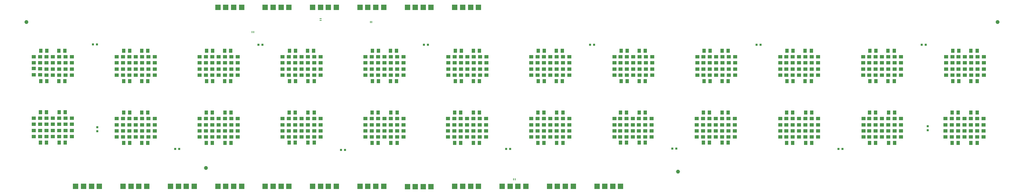
<source format=gtp>
G04*
G04 #@! TF.GenerationSoftware,Altium Limited,Altium Designer,18.1.7 (191)*
G04*
G04 Layer_Color=8421504*
%FSLAX44Y44*%
%MOMM*%
G71*
G01*
G75*
%ADD12C,1.0000*%
%ADD13R,0.9300X0.9800*%
%ADD14R,0.9800X0.9300*%
%ADD15R,0.6000X0.6000*%
%ADD16R,0.6000X0.6000*%
%ADD17R,1.4300X1.4300*%
%ADD18R,0.2000X0.6000*%
%ADD19R,0.6000X0.2000*%
D12*
X615000Y180000D02*
D03*
X1810000Y170000D02*
D03*
X2620000Y550000D02*
D03*
X160000D02*
D03*
D13*
X195300Y244000D02*
D03*
X210700D02*
D03*
X195300Y321000D02*
D03*
X210700D02*
D03*
X406300Y243000D02*
D03*
X421700D02*
D03*
X615300Y320000D02*
D03*
X630700D02*
D03*
X663300Y243000D02*
D03*
X678700D02*
D03*
X873300Y244000D02*
D03*
X888700D02*
D03*
X1083300Y243000D02*
D03*
X1098700D02*
D03*
X1083300Y320000D02*
D03*
X1098700D02*
D03*
X1035300Y243000D02*
D03*
X1050700D02*
D03*
X1292300Y243000D02*
D03*
X1307700D02*
D03*
X1455300D02*
D03*
X1470700D02*
D03*
X1664300Y244000D02*
D03*
X1679700D02*
D03*
X1874300D02*
D03*
X1889700D02*
D03*
X2133300Y243000D02*
D03*
X2148700D02*
D03*
X2085300Y320000D02*
D03*
X2100700D02*
D03*
X2295300Y243000D02*
D03*
X2310700D02*
D03*
X2295300Y320000D02*
D03*
X2310700D02*
D03*
X2504300Y243000D02*
D03*
X2519700D02*
D03*
X2552300Y320000D02*
D03*
X2567700D02*
D03*
X1874300D02*
D03*
X1889700D02*
D03*
X1712300D02*
D03*
X1727700D02*
D03*
X1455300D02*
D03*
X1470700D02*
D03*
X1244300D02*
D03*
X1259700D02*
D03*
X873300Y320000D02*
D03*
X888700D02*
D03*
X406300Y320000D02*
D03*
X421700D02*
D03*
X1035300Y320000D02*
D03*
X1050700D02*
D03*
X243300Y244000D02*
D03*
X258700D02*
D03*
X452300Y243000D02*
D03*
X467700D02*
D03*
X825300Y244000D02*
D03*
X840700D02*
D03*
X1244300Y243000D02*
D03*
X1259700D02*
D03*
X1503300D02*
D03*
X1518700D02*
D03*
X1712300Y244000D02*
D03*
X1727700D02*
D03*
X1922300D02*
D03*
X1937700D02*
D03*
X663300Y320000D02*
D03*
X678700D02*
D03*
X2504300Y320000D02*
D03*
X2519700D02*
D03*
X2343300D02*
D03*
X2358700D02*
D03*
X2133300D02*
D03*
X2148700D02*
D03*
X615300Y243000D02*
D03*
X630700D02*
D03*
X2085300Y243000D02*
D03*
X2100700D02*
D03*
X2343300D02*
D03*
X2358700D02*
D03*
X2552300D02*
D03*
X2567700D02*
D03*
X1922300Y320000D02*
D03*
X1937700D02*
D03*
X1664300D02*
D03*
X1679700D02*
D03*
X1292300D02*
D03*
X1307700D02*
D03*
X1503300D02*
D03*
X1518700D02*
D03*
X825300Y320000D02*
D03*
X840700D02*
D03*
X243300Y321000D02*
D03*
X258700D02*
D03*
X452300Y320000D02*
D03*
X467700D02*
D03*
X467700Y400000D02*
D03*
X452300D02*
D03*
X421700Y477000D02*
D03*
X406300D02*
D03*
X873300Y400000D02*
D03*
X888700D02*
D03*
X1246600Y400000D02*
D03*
X1262000D02*
D03*
X1246600Y477000D02*
D03*
X1262000D02*
D03*
X1456300Y400000D02*
D03*
X1471700D02*
D03*
X1502300Y477000D02*
D03*
X1517700D02*
D03*
X1712300Y400000D02*
D03*
X1727700D02*
D03*
X2296300Y477000D02*
D03*
X2311700D02*
D03*
X1876300Y400000D02*
D03*
X1891700D02*
D03*
X1712300Y477000D02*
D03*
X1727700D02*
D03*
X1876300D02*
D03*
X1891700D02*
D03*
X2132300Y400000D02*
D03*
X2147700D02*
D03*
X2086300Y477000D02*
D03*
X2101700D02*
D03*
X2342300Y400000D02*
D03*
X2357700D02*
D03*
X2506300D02*
D03*
X2521700D02*
D03*
X2342300Y477000D02*
D03*
X2357700D02*
D03*
X2552300D02*
D03*
X2567700D02*
D03*
X196300Y400000D02*
D03*
X211700D02*
D03*
X1292000D02*
D03*
X1307400D02*
D03*
X662300D02*
D03*
X677700D02*
D03*
X1036300D02*
D03*
X1051700D02*
D03*
X242300D02*
D03*
X257700D02*
D03*
X196300Y477000D02*
D03*
X211700D02*
D03*
X616300Y400000D02*
D03*
X631700D02*
D03*
X826300Y400000D02*
D03*
X841700D02*
D03*
X662300Y477000D02*
D03*
X677700D02*
D03*
X826300Y477000D02*
D03*
X841700D02*
D03*
X1036300Y477000D02*
D03*
X1051700D02*
D03*
X1082300Y400000D02*
D03*
X1097700D02*
D03*
X2296300D02*
D03*
X2311700D02*
D03*
X2506300Y477000D02*
D03*
X2521700D02*
D03*
X406300Y400000D02*
D03*
X421700D02*
D03*
X467700Y477000D02*
D03*
X452300D02*
D03*
X1292000D02*
D03*
X1307400D02*
D03*
X1502300Y400000D02*
D03*
X1517700D02*
D03*
X1456300Y477000D02*
D03*
X1471700D02*
D03*
X1666300Y400000D02*
D03*
X1681700D02*
D03*
X1666300Y477000D02*
D03*
X1681700D02*
D03*
X1922300Y400000D02*
D03*
X1937700D02*
D03*
X1922300Y477000D02*
D03*
X1937700D02*
D03*
X2086300Y400000D02*
D03*
X2101700D02*
D03*
X2132300Y477000D02*
D03*
X2147700D02*
D03*
X2552300Y400000D02*
D03*
X2567700D02*
D03*
X242300Y477000D02*
D03*
X257700D02*
D03*
X616300D02*
D03*
X631700D02*
D03*
X872300Y477000D02*
D03*
X887700D02*
D03*
X1082300Y477000D02*
D03*
X1097700D02*
D03*
D14*
X437000Y273700D02*
D03*
Y258300D02*
D03*
X469000Y273700D02*
D03*
Y258300D02*
D03*
X405000Y273700D02*
D03*
Y258300D02*
D03*
X195000Y259300D02*
D03*
Y274700D02*
D03*
X211000Y305700D02*
D03*
Y290300D02*
D03*
X227000Y259300D02*
D03*
Y274700D02*
D03*
X259000Y274700D02*
D03*
Y259300D02*
D03*
X243000Y305700D02*
D03*
Y290300D02*
D03*
X275000Y290300D02*
D03*
Y305700D02*
D03*
X663000Y273700D02*
D03*
Y258300D02*
D03*
X695000Y273700D02*
D03*
Y258300D02*
D03*
X615000Y258300D02*
D03*
Y273700D02*
D03*
X599000Y304700D02*
D03*
Y289300D02*
D03*
X809000Y258300D02*
D03*
Y273700D02*
D03*
X631000Y304700D02*
D03*
Y289300D02*
D03*
X647000Y273700D02*
D03*
Y258300D02*
D03*
X841000Y273700D02*
D03*
Y258300D02*
D03*
X663000Y304700D02*
D03*
Y289300D02*
D03*
X695000Y304700D02*
D03*
Y289300D02*
D03*
X1083000Y273700D02*
D03*
Y258300D02*
D03*
X873000Y273700D02*
D03*
Y258300D02*
D03*
X905000Y273700D02*
D03*
Y258300D02*
D03*
X1276000Y273700D02*
D03*
Y258300D02*
D03*
X1308000Y273700D02*
D03*
Y258300D02*
D03*
X1244000Y273700D02*
D03*
Y258300D02*
D03*
X1099000Y273700D02*
D03*
Y258300D02*
D03*
X1083000Y289300D02*
D03*
Y304700D02*
D03*
X1324000Y273700D02*
D03*
Y258300D02*
D03*
X1455000Y273700D02*
D03*
Y258300D02*
D03*
X1487000Y273700D02*
D03*
Y258300D02*
D03*
X1519000Y273700D02*
D03*
Y258300D02*
D03*
X1664000Y273700D02*
D03*
Y258300D02*
D03*
X1503000Y304700D02*
D03*
Y289300D02*
D03*
X1535000Y304700D02*
D03*
Y289300D02*
D03*
X1649000Y304700D02*
D03*
Y289300D02*
D03*
X1874000Y273700D02*
D03*
Y258300D02*
D03*
X1906000Y273700D02*
D03*
Y258300D02*
D03*
X1696000Y273700D02*
D03*
Y258300D02*
D03*
X1727000Y273700D02*
D03*
Y258300D02*
D03*
X1680000Y304700D02*
D03*
Y289300D02*
D03*
X1711000Y304700D02*
D03*
Y289300D02*
D03*
X1743000Y304700D02*
D03*
Y289300D02*
D03*
X2133000Y273700D02*
D03*
Y258300D02*
D03*
X2101000Y273700D02*
D03*
Y258300D02*
D03*
X2165000Y273700D02*
D03*
Y258300D02*
D03*
X1938000Y273700D02*
D03*
Y258300D02*
D03*
X2069000Y304700D02*
D03*
Y289300D02*
D03*
X2327000Y273700D02*
D03*
Y258300D02*
D03*
X2295000Y273700D02*
D03*
Y258300D02*
D03*
X2359000Y273700D02*
D03*
Y258300D02*
D03*
X2085000Y273700D02*
D03*
Y258300D02*
D03*
X2101000Y304700D02*
D03*
Y289300D02*
D03*
X2133000Y304700D02*
D03*
Y289300D02*
D03*
X2165000Y304700D02*
D03*
Y289300D02*
D03*
X889000Y289300D02*
D03*
Y304700D02*
D03*
X485000Y304700D02*
D03*
Y289300D02*
D03*
X2536000Y273700D02*
D03*
Y258300D02*
D03*
X2504000Y273700D02*
D03*
Y258300D02*
D03*
X2311000Y304700D02*
D03*
Y289300D02*
D03*
X2280000Y304700D02*
D03*
Y289300D02*
D03*
X2375000Y304700D02*
D03*
Y289300D02*
D03*
X2343000Y304700D02*
D03*
Y289300D02*
D03*
X2552000Y304700D02*
D03*
Y289300D02*
D03*
X1922000Y304700D02*
D03*
Y289300D02*
D03*
X1954000Y304700D02*
D03*
Y289300D02*
D03*
X1858000Y304700D02*
D03*
Y289300D02*
D03*
X1890000Y304700D02*
D03*
Y289300D02*
D03*
X1439000Y304700D02*
D03*
Y289300D02*
D03*
X1471000Y304700D02*
D03*
Y289300D02*
D03*
X1324000Y304700D02*
D03*
Y289300D02*
D03*
X1292000Y304700D02*
D03*
Y289300D02*
D03*
X1260000Y304700D02*
D03*
Y289300D02*
D03*
X1228000Y304700D02*
D03*
Y289300D02*
D03*
X825000Y304700D02*
D03*
Y289300D02*
D03*
X857000Y304700D02*
D03*
Y289300D02*
D03*
X453000Y304700D02*
D03*
Y289300D02*
D03*
X389000Y289300D02*
D03*
Y304700D02*
D03*
X421000Y304700D02*
D03*
Y289300D02*
D03*
X179000Y290300D02*
D03*
Y305700D02*
D03*
X2584000Y304700D02*
D03*
Y289300D02*
D03*
X2504000Y304700D02*
D03*
Y289300D02*
D03*
X2536000Y304700D02*
D03*
Y289300D02*
D03*
X2568000Y273700D02*
D03*
Y258300D02*
D03*
X179000Y274700D02*
D03*
Y259300D02*
D03*
X211000Y259300D02*
D03*
Y274700D02*
D03*
X243000Y259300D02*
D03*
Y274700D02*
D03*
X275000Y259300D02*
D03*
Y274700D02*
D03*
X485000Y273700D02*
D03*
Y258300D02*
D03*
X599000Y258300D02*
D03*
Y273700D02*
D03*
X631000Y258300D02*
D03*
Y273700D02*
D03*
X857000Y258300D02*
D03*
Y273700D02*
D03*
X889000Y273700D02*
D03*
Y258300D02*
D03*
X825000Y258300D02*
D03*
Y273700D02*
D03*
X1019000Y274000D02*
D03*
Y258600D02*
D03*
X1067000Y273700D02*
D03*
Y258300D02*
D03*
X1035000Y273700D02*
D03*
Y258300D02*
D03*
X1051000Y304700D02*
D03*
Y289300D02*
D03*
X1115000Y304700D02*
D03*
Y289300D02*
D03*
X1503000Y273700D02*
D03*
Y258300D02*
D03*
X1535000Y273700D02*
D03*
Y258300D02*
D03*
X1439000Y273700D02*
D03*
Y258300D02*
D03*
X1471000Y273700D02*
D03*
Y258300D02*
D03*
X1680000Y273700D02*
D03*
Y258300D02*
D03*
X1649000Y273700D02*
D03*
Y258300D02*
D03*
X1711000Y273700D02*
D03*
Y258300D02*
D03*
X1743000Y273700D02*
D03*
Y258300D02*
D03*
X1954000Y273700D02*
D03*
Y258300D02*
D03*
X1922000Y273700D02*
D03*
Y258300D02*
D03*
X2069000Y273700D02*
D03*
Y258300D02*
D03*
X2280000Y273700D02*
D03*
Y258300D02*
D03*
X2520000Y304700D02*
D03*
Y289300D02*
D03*
X2488000Y304700D02*
D03*
Y289300D02*
D03*
X2327000Y304700D02*
D03*
Y289300D02*
D03*
X2295000Y304700D02*
D03*
Y289300D02*
D03*
X2359000Y304700D02*
D03*
Y289300D02*
D03*
X2085000Y304700D02*
D03*
Y289300D02*
D03*
X2117000Y304700D02*
D03*
Y289300D02*
D03*
X2149000Y304700D02*
D03*
Y289300D02*
D03*
X1664000Y304700D02*
D03*
Y289300D02*
D03*
X1727000Y304700D02*
D03*
Y289300D02*
D03*
X1696000Y304700D02*
D03*
Y289300D02*
D03*
X1519000Y304700D02*
D03*
Y289300D02*
D03*
X1487000Y304700D02*
D03*
Y289300D02*
D03*
X647000Y304700D02*
D03*
Y289300D02*
D03*
X679000Y304700D02*
D03*
Y289300D02*
D03*
X615000Y304700D02*
D03*
Y289300D02*
D03*
X259000Y305700D02*
D03*
Y290300D02*
D03*
X227000Y305700D02*
D03*
Y290300D02*
D03*
X195000Y305700D02*
D03*
Y290300D02*
D03*
X453000Y273700D02*
D03*
Y258300D02*
D03*
X389000Y273700D02*
D03*
Y258300D02*
D03*
X421000Y273700D02*
D03*
Y258300D02*
D03*
X679000Y273700D02*
D03*
Y258300D02*
D03*
X1115000Y274000D02*
D03*
Y258600D02*
D03*
X1051000Y273700D02*
D03*
Y258300D02*
D03*
X1035000Y304700D02*
D03*
Y289300D02*
D03*
X1292000Y273700D02*
D03*
Y258300D02*
D03*
X1260000Y273700D02*
D03*
Y258300D02*
D03*
X1228000Y273700D02*
D03*
Y258300D02*
D03*
X1858000Y273700D02*
D03*
Y258300D02*
D03*
X1890000Y273700D02*
D03*
Y258300D02*
D03*
X2117000Y273700D02*
D03*
Y258300D02*
D03*
X2149000Y273700D02*
D03*
Y258300D02*
D03*
X2311000Y273700D02*
D03*
Y258300D02*
D03*
X2343000Y273700D02*
D03*
Y258300D02*
D03*
X2375000Y273700D02*
D03*
Y258300D02*
D03*
X469000Y289300D02*
D03*
Y304700D02*
D03*
X2488000Y273700D02*
D03*
Y258300D02*
D03*
X2552000Y273700D02*
D03*
Y258300D02*
D03*
X2520000Y273700D02*
D03*
Y258300D02*
D03*
X1938000Y304700D02*
D03*
Y289300D02*
D03*
X1874000Y304700D02*
D03*
Y289300D02*
D03*
X1906000Y304700D02*
D03*
Y289300D02*
D03*
X1455000Y304700D02*
D03*
Y289300D02*
D03*
X1276000Y304700D02*
D03*
Y289300D02*
D03*
X1308000Y304700D02*
D03*
Y289300D02*
D03*
X1244000Y304700D02*
D03*
Y289300D02*
D03*
X873000Y304700D02*
D03*
Y289300D02*
D03*
X905000Y304700D02*
D03*
Y289300D02*
D03*
X809000Y304700D02*
D03*
Y289300D02*
D03*
X841000Y304700D02*
D03*
Y289300D02*
D03*
X437000Y304700D02*
D03*
Y289300D02*
D03*
X405000Y304700D02*
D03*
Y289300D02*
D03*
X2584000Y273700D02*
D03*
Y258300D02*
D03*
X2568000Y304700D02*
D03*
Y289300D02*
D03*
X1019000Y304700D02*
D03*
Y289300D02*
D03*
X1067000Y304700D02*
D03*
Y289300D02*
D03*
X1099000Y304700D02*
D03*
Y289300D02*
D03*
X195000Y431400D02*
D03*
Y416000D02*
D03*
X227000Y415300D02*
D03*
Y430700D02*
D03*
X259000Y430700D02*
D03*
Y415300D02*
D03*
X421000Y430700D02*
D03*
Y415300D02*
D03*
X453000Y430700D02*
D03*
Y415300D02*
D03*
X485000Y415300D02*
D03*
Y430700D02*
D03*
X405000Y415300D02*
D03*
Y430700D02*
D03*
X389000Y461700D02*
D03*
Y446300D02*
D03*
X421000Y461700D02*
D03*
Y446300D02*
D03*
X453000Y446300D02*
D03*
Y461700D02*
D03*
X485000Y446300D02*
D03*
Y461700D02*
D03*
X599000Y415300D02*
D03*
Y430700D02*
D03*
X631000Y430700D02*
D03*
Y415300D02*
D03*
X663000Y430700D02*
D03*
Y415300D02*
D03*
X695000Y430700D02*
D03*
Y415300D02*
D03*
X809000Y430700D02*
D03*
Y415300D02*
D03*
X873000Y430700D02*
D03*
Y415300D02*
D03*
X841000Y430700D02*
D03*
Y415300D02*
D03*
X857000Y430700D02*
D03*
Y415300D02*
D03*
X809000Y461700D02*
D03*
Y446300D02*
D03*
X1035000Y430700D02*
D03*
Y415300D02*
D03*
X1067000Y430700D02*
D03*
Y415300D02*
D03*
X1099000Y430700D02*
D03*
Y415300D02*
D03*
X1051000Y461700D02*
D03*
Y446300D02*
D03*
X1083000Y461700D02*
D03*
Y446300D02*
D03*
X1115000Y461700D02*
D03*
Y446300D02*
D03*
X1277000Y430700D02*
D03*
Y415300D02*
D03*
X1309000Y430700D02*
D03*
Y415300D02*
D03*
X1245000Y430700D02*
D03*
Y415300D02*
D03*
X1519000Y430700D02*
D03*
Y415300D02*
D03*
X1439000Y430700D02*
D03*
Y415300D02*
D03*
X1471000Y430700D02*
D03*
Y415300D02*
D03*
X1503000Y430700D02*
D03*
Y415300D02*
D03*
X1455000Y461700D02*
D03*
Y446300D02*
D03*
X1487000Y461700D02*
D03*
Y446300D02*
D03*
X1519000Y461700D02*
D03*
Y446300D02*
D03*
X1649000Y430700D02*
D03*
Y415300D02*
D03*
X1745000Y430700D02*
D03*
Y415300D02*
D03*
X1713000Y430700D02*
D03*
Y415300D02*
D03*
X1681000Y430700D02*
D03*
Y415300D02*
D03*
X1665000Y461700D02*
D03*
Y446300D02*
D03*
X1697000Y461700D02*
D03*
Y446300D02*
D03*
X1907000Y430700D02*
D03*
Y415300D02*
D03*
X1939000Y430700D02*
D03*
Y415300D02*
D03*
X1875000Y430700D02*
D03*
Y415300D02*
D03*
X1859000Y461700D02*
D03*
Y446300D02*
D03*
X1891000Y461700D02*
D03*
Y446300D02*
D03*
X1923000Y461700D02*
D03*
Y446300D02*
D03*
X1955000Y461700D02*
D03*
Y446300D02*
D03*
X2069000Y430700D02*
D03*
Y415300D02*
D03*
X2101000Y430700D02*
D03*
Y415300D02*
D03*
X2133000Y430700D02*
D03*
Y415300D02*
D03*
X2165000Y430700D02*
D03*
Y415300D02*
D03*
X2069000Y461700D02*
D03*
Y446300D02*
D03*
X2101000Y461700D02*
D03*
Y446300D02*
D03*
X2133000Y461700D02*
D03*
Y446300D02*
D03*
X2165000Y461700D02*
D03*
Y446300D02*
D03*
X2521000Y461700D02*
D03*
Y446300D02*
D03*
X2553000Y461700D02*
D03*
Y446300D02*
D03*
X2311000Y430700D02*
D03*
Y415300D02*
D03*
X2279000Y430700D02*
D03*
Y415300D02*
D03*
X2375000Y430700D02*
D03*
Y415300D02*
D03*
X2343000Y430700D02*
D03*
Y415300D02*
D03*
X2327000Y461700D02*
D03*
Y446300D02*
D03*
X2295000Y461700D02*
D03*
Y446300D02*
D03*
X2359000Y461700D02*
D03*
Y446300D02*
D03*
X2505000Y430700D02*
D03*
Y415300D02*
D03*
X2537000Y430700D02*
D03*
Y415300D02*
D03*
X2585000Y461700D02*
D03*
Y446300D02*
D03*
X2505000Y461700D02*
D03*
Y446300D02*
D03*
X2569000Y430700D02*
D03*
Y415300D02*
D03*
X275000Y430700D02*
D03*
Y415300D02*
D03*
X243000Y415300D02*
D03*
Y430700D02*
D03*
X179000Y446300D02*
D03*
Y461700D02*
D03*
X211000Y461700D02*
D03*
Y446300D02*
D03*
X243000Y461700D02*
D03*
Y446300D02*
D03*
X275000Y446300D02*
D03*
Y461700D02*
D03*
X389000Y415300D02*
D03*
Y430700D02*
D03*
X647000Y430700D02*
D03*
Y415300D02*
D03*
X679000Y415300D02*
D03*
Y430700D02*
D03*
X615000Y430700D02*
D03*
Y415300D02*
D03*
Y461700D02*
D03*
Y446300D02*
D03*
X647000Y461700D02*
D03*
Y446300D02*
D03*
X679000Y461700D02*
D03*
Y446300D02*
D03*
X825000Y430700D02*
D03*
Y415300D02*
D03*
X857000Y461700D02*
D03*
Y446300D02*
D03*
X905000Y461700D02*
D03*
Y446300D02*
D03*
X1019000Y430700D02*
D03*
Y415300D02*
D03*
X1083000Y430700D02*
D03*
Y415300D02*
D03*
X1115000Y430700D02*
D03*
Y415300D02*
D03*
X1051000Y430700D02*
D03*
Y415300D02*
D03*
X1019000Y461700D02*
D03*
Y446300D02*
D03*
X1229000Y461700D02*
D03*
Y446300D02*
D03*
X1261000Y461700D02*
D03*
Y446300D02*
D03*
X1293000Y461700D02*
D03*
Y446300D02*
D03*
X1325000Y461700D02*
D03*
Y446300D02*
D03*
X1455000Y430700D02*
D03*
Y415300D02*
D03*
X1487000Y430700D02*
D03*
Y415300D02*
D03*
X2311000Y461700D02*
D03*
Y446300D02*
D03*
X2279000Y461700D02*
D03*
Y446300D02*
D03*
X2375000Y461700D02*
D03*
Y446300D02*
D03*
X2343000Y461700D02*
D03*
Y446300D02*
D03*
X1729000Y461700D02*
D03*
Y446300D02*
D03*
X1891000Y430700D02*
D03*
Y415300D02*
D03*
X1859000Y430700D02*
D03*
Y415300D02*
D03*
X2327000Y430700D02*
D03*
Y415300D02*
D03*
X2295000Y430700D02*
D03*
Y415300D02*
D03*
X2489000Y461700D02*
D03*
Y446300D02*
D03*
X2359000Y430700D02*
D03*
Y415300D02*
D03*
X211000Y430700D02*
D03*
Y415300D02*
D03*
X179000Y431700D02*
D03*
Y416300D02*
D03*
X437000Y415300D02*
D03*
Y430700D02*
D03*
X469000Y415300D02*
D03*
Y430700D02*
D03*
X405000Y446300D02*
D03*
Y461700D02*
D03*
X437000Y446300D02*
D03*
Y461700D02*
D03*
X469000Y461700D02*
D03*
Y446300D02*
D03*
X695000Y461700D02*
D03*
Y446300D02*
D03*
X905000Y430700D02*
D03*
Y415300D02*
D03*
X889000Y430700D02*
D03*
Y415300D02*
D03*
X841000Y461700D02*
D03*
Y446300D02*
D03*
X1035000Y461700D02*
D03*
Y446300D02*
D03*
X1067000Y461700D02*
D03*
Y446300D02*
D03*
X1099000Y461700D02*
D03*
Y446300D02*
D03*
X1325000Y430700D02*
D03*
Y415300D02*
D03*
X1293000Y430700D02*
D03*
Y415300D02*
D03*
X1261000Y430700D02*
D03*
Y415300D02*
D03*
X1229000Y430700D02*
D03*
Y415300D02*
D03*
X1535000Y430700D02*
D03*
Y415300D02*
D03*
X1439000Y461700D02*
D03*
Y446300D02*
D03*
X1471000Y461700D02*
D03*
Y446300D02*
D03*
X1503000Y461700D02*
D03*
Y446300D02*
D03*
X1535000Y461700D02*
D03*
Y446300D02*
D03*
X1665000Y430700D02*
D03*
Y415300D02*
D03*
X1729000Y430700D02*
D03*
Y415300D02*
D03*
X1697000Y430700D02*
D03*
Y415300D02*
D03*
X1649000Y461700D02*
D03*
Y446300D02*
D03*
X1681000Y461700D02*
D03*
Y446300D02*
D03*
X1713000Y461700D02*
D03*
Y446300D02*
D03*
X1923000Y430700D02*
D03*
Y415300D02*
D03*
X1955000Y430700D02*
D03*
Y415300D02*
D03*
X1875000Y461700D02*
D03*
Y446300D02*
D03*
X1907000Y461700D02*
D03*
Y446300D02*
D03*
X1939000Y461700D02*
D03*
Y446300D02*
D03*
X2085000Y430700D02*
D03*
Y415300D02*
D03*
X2117000Y430700D02*
D03*
Y415300D02*
D03*
X2149000Y430700D02*
D03*
Y415300D02*
D03*
X2085000Y461700D02*
D03*
Y446300D02*
D03*
X2117000Y461700D02*
D03*
Y446300D02*
D03*
X2149000Y461700D02*
D03*
Y446300D02*
D03*
X2537000Y461700D02*
D03*
Y446300D02*
D03*
X2521000Y430700D02*
D03*
Y415300D02*
D03*
X2553000Y430700D02*
D03*
Y415300D02*
D03*
X2489000Y430700D02*
D03*
Y415300D02*
D03*
X2569000Y461700D02*
D03*
Y446300D02*
D03*
X2585000Y430700D02*
D03*
Y415300D02*
D03*
X195000Y446300D02*
D03*
Y461700D02*
D03*
X227000Y461700D02*
D03*
Y446300D02*
D03*
X259000Y446300D02*
D03*
Y461700D02*
D03*
X599000Y461700D02*
D03*
Y446300D02*
D03*
X631000Y446300D02*
D03*
Y461700D02*
D03*
X663000Y461700D02*
D03*
Y446300D02*
D03*
X825000Y461700D02*
D03*
Y446300D02*
D03*
X873000Y461700D02*
D03*
Y446300D02*
D03*
X889000Y461700D02*
D03*
Y446300D02*
D03*
X1245000Y461700D02*
D03*
Y446300D02*
D03*
X1277000Y461700D02*
D03*
Y446300D02*
D03*
X1309000Y461700D02*
D03*
Y446300D02*
D03*
X1745000Y461700D02*
D03*
Y446300D02*
D03*
D15*
X340000Y272920D02*
D03*
Y283080D02*
D03*
X2443000Y285080D02*
D03*
Y274920D02*
D03*
D16*
X967080Y225000D02*
D03*
X956920D02*
D03*
X1795920Y229000D02*
D03*
X1806080D02*
D03*
X547080Y228000D02*
D03*
X536920D02*
D03*
X1385080Y228000D02*
D03*
X1374920D02*
D03*
X2216920Y228000D02*
D03*
X2227080D02*
D03*
X2427920Y492000D02*
D03*
X2438080D02*
D03*
X1587920D02*
D03*
X1598080D02*
D03*
X1166920D02*
D03*
X1177080D02*
D03*
X2008920Y492000D02*
D03*
X2019080D02*
D03*
X758080Y492000D02*
D03*
X747920D02*
D03*
X339080Y493000D02*
D03*
X328920D02*
D03*
D17*
X705000Y133000D02*
D03*
X685000D02*
D03*
X665000D02*
D03*
X645000D02*
D03*
X1305000Y587000D02*
D03*
X1285000D02*
D03*
X1265000D02*
D03*
X1245000D02*
D03*
X1185000D02*
D03*
X1165000D02*
D03*
X1145000D02*
D03*
X1125000D02*
D03*
X1065000Y587000D02*
D03*
X1045000D02*
D03*
X1025000D02*
D03*
X1005000D02*
D03*
X945000D02*
D03*
X925000D02*
D03*
X905000D02*
D03*
X885000D02*
D03*
X825000D02*
D03*
X805000D02*
D03*
X785000D02*
D03*
X765000D02*
D03*
X705000D02*
D03*
X685000D02*
D03*
X665000D02*
D03*
X645000D02*
D03*
X1605000Y133000D02*
D03*
X1625000D02*
D03*
X1645000D02*
D03*
X1665000D02*
D03*
X1485000Y133000D02*
D03*
X1505000D02*
D03*
X1525000D02*
D03*
X1545000D02*
D03*
X1365000Y133500D02*
D03*
X1385000D02*
D03*
X1405000D02*
D03*
X1425000D02*
D03*
X1245000Y133000D02*
D03*
X1265000D02*
D03*
X1285000D02*
D03*
X1305000D02*
D03*
X1125000Y132500D02*
D03*
X1145000D02*
D03*
X1165000D02*
D03*
X1185000D02*
D03*
X1005000Y133000D02*
D03*
X1025000D02*
D03*
X1045000D02*
D03*
X1065000D02*
D03*
X885000D02*
D03*
X905000D02*
D03*
X925000D02*
D03*
X945000D02*
D03*
X765000D02*
D03*
X785000D02*
D03*
X805000D02*
D03*
X825000D02*
D03*
X525000Y133000D02*
D03*
X545000D02*
D03*
X565000D02*
D03*
X585000D02*
D03*
X405000D02*
D03*
X425000D02*
D03*
X445000D02*
D03*
X465000D02*
D03*
X285000D02*
D03*
X305000D02*
D03*
X325000D02*
D03*
X345000D02*
D03*
D18*
X1031000Y550000D02*
D03*
X1035000D02*
D03*
X1398000Y151000D02*
D03*
X1394000D02*
D03*
X732000Y524000D02*
D03*
X736000D02*
D03*
D19*
X905000Y554000D02*
D03*
Y558000D02*
D03*
M02*

</source>
